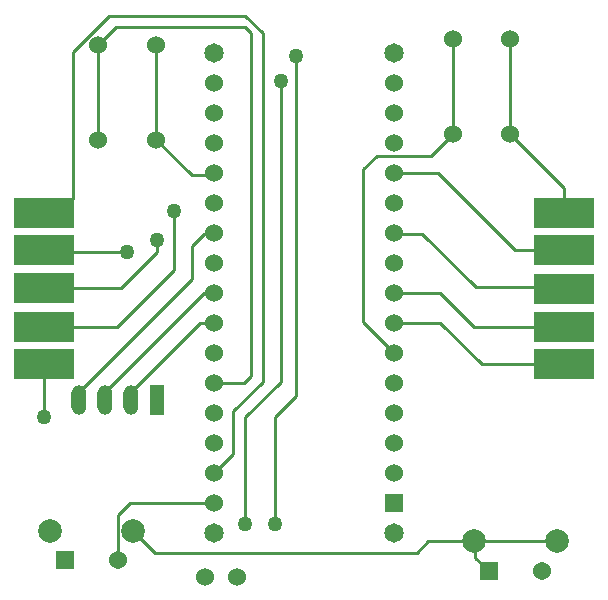
<source format=gtl>
G04*
G04 #@! TF.GenerationSoftware,Altium Limited,Altium Designer,24.4.1 (13)*
G04*
G04 Layer_Physical_Order=1*
G04 Layer_Color=255*
%FSLAX44Y44*%
%MOMM*%
G71*
G04*
G04 #@! TF.SameCoordinates,D7BC8E67-6F73-4DDD-AC20-A832C9EBA58C*
G04*
G04*
G04 #@! TF.FilePolarity,Positive*
G04*
G01*
G75*
%ADD10C,0.2540*%
%ADD14R,5.0800X2.5400*%
%ADD19C,2.0000*%
%ADD20C,1.5400*%
%ADD21R,1.5400X1.5400*%
%ADD26C,1.5240*%
%ADD27C,1.6510*%
%ADD28R,1.5240X1.5240*%
%ADD29O,1.2700X2.5400*%
%ADD30R,1.2700X2.5400*%
%ADD31C,1.2700*%
D10*
X975000Y805000D02*
Y895000D01*
X992939Y912939D01*
Y1200750D01*
X950000Y805000D02*
Y895000D01*
X842280Y774170D02*
Y812280D01*
X980000Y925000D02*
Y1180000D01*
X950000Y895000D02*
X980000Y925000D01*
X781520Y1035000D02*
X845000D01*
X780000Y1036520D02*
X781520Y1035000D01*
X875000D02*
Y1045000D01*
X844770Y1004770D02*
X875000Y1035000D01*
X780000Y1004770D02*
X844770D01*
X965000Y925000D02*
Y1220000D01*
X955000Y930000D02*
Y1220000D01*
X948800Y923800D02*
X955000Y930000D01*
X950000Y1225000D02*
X955000Y1220000D01*
X950000Y1235000D02*
X965000Y1220000D01*
X940000Y900000D02*
X965000Y925000D01*
X1050000Y975400D02*
Y1105000D01*
X890000Y1020000D02*
Y1070000D01*
X841750Y971750D02*
X890000Y1020000D01*
X780000Y971750D02*
X841750D01*
X1076200Y1050800D02*
X1077000Y1050000D01*
X1100000D01*
X1145000Y1005000D01*
X1218500D01*
X1220000Y1003500D01*
X1076200Y1000000D02*
X1076200Y1000000D01*
X1115000D01*
X1143250Y971750D02*
X1220000D01*
X1115000Y1000000D02*
X1143250Y971750D01*
X1076200Y974600D02*
X1076600Y975000D01*
X1115000D01*
X1150000Y940000D02*
X1220000D01*
X1115000Y975000D02*
X1150000Y940000D01*
X1076200Y1101600D02*
X1113400D01*
X1178480Y1036520D01*
X1220000D01*
X1174500Y1135000D02*
X1220000Y1089500D01*
Y1068270D02*
Y1089500D01*
X1174500Y1135000D02*
Y1215000D01*
X1174500Y1215000D01*
X1174500Y1135000D02*
X1174500Y1135000D01*
X1050000Y975400D02*
X1076200Y949200D01*
X1107110Y1116610D02*
X1125500Y1135000D01*
X1061610Y1116610D02*
X1107110D01*
X1050000Y1105000D02*
X1061610Y1116610D01*
X1125500Y1135000D02*
Y1215000D01*
X915000Y1050000D02*
X923000D01*
X923800Y1050800D01*
X905000Y1040000D02*
X915000Y1050000D01*
X905000Y1012350D02*
Y1040000D01*
X809000Y910000D02*
Y916350D01*
X905000Y1012350D01*
X923800Y1000000D02*
X923800Y1000000D01*
X915000Y1000000D02*
X923800D01*
X831000Y910000D02*
Y916000D01*
X915000Y1000000D01*
X853000Y916350D02*
X911250Y974600D01*
X923800D01*
X853000Y910000D02*
Y916350D01*
X923800Y847600D02*
X940000Y863800D01*
Y900000D01*
X835000Y1235000D02*
X950000D01*
X804130Y1204130D02*
X835000Y1235000D01*
X804130Y1079700D02*
Y1204130D01*
X792700Y1068270D02*
X804130Y1079700D01*
X780000Y1068270D02*
X792700D01*
X904500Y1100000D02*
X922200D01*
X923800Y1101600D01*
X874500Y1130000D02*
X904500Y1100000D01*
X874500Y1130000D02*
Y1210000D01*
X825500Y1130000D02*
Y1210000D01*
X923800Y923800D02*
X948800D01*
X825500Y1210000D02*
X840500Y1225000D01*
X950000D01*
X780000Y895000D02*
Y940000D01*
X780000Y940000D02*
X780000Y940000D01*
X852200Y822200D02*
X923800D01*
X842280Y812280D02*
X852200Y822200D01*
X842280Y774170D02*
X842500Y773950D01*
X855050Y798850D02*
X873900Y780000D01*
X1095000D01*
X1104900Y789900D02*
X1143450D01*
X1095000Y780000D02*
X1104900Y789900D01*
X1143450D02*
X1213550D01*
X1143450D02*
X1144910Y788440D01*
Y776090D02*
X1156000Y765000D01*
X1144910Y776090D02*
Y788440D01*
D14*
X780000Y971750D02*
D03*
Y940000D02*
D03*
Y1004770D02*
D03*
Y1036520D02*
D03*
Y1068270D02*
D03*
X1220000Y971750D02*
D03*
Y1003500D02*
D03*
Y1068270D02*
D03*
Y940000D02*
D03*
Y1036520D02*
D03*
D19*
X855050Y798850D02*
D03*
X784950D02*
D03*
X1143450Y789900D02*
D03*
X1213550D02*
D03*
D20*
X842500Y773950D02*
D03*
X1201000Y765000D02*
D03*
D21*
X797500Y773950D02*
D03*
X1156000Y765000D02*
D03*
D26*
X1125500Y1215000D02*
D03*
Y1135000D02*
D03*
X1174500D02*
D03*
X1174500Y1215000D02*
D03*
X923800Y873000D02*
D03*
Y898400D02*
D03*
Y949200D02*
D03*
Y974600D02*
D03*
Y1000000D02*
D03*
Y1025400D02*
D03*
Y1050800D02*
D03*
Y1076200D02*
D03*
Y1127000D02*
D03*
Y1152400D02*
D03*
Y1177800D02*
D03*
X1076200D02*
D03*
Y1152400D02*
D03*
Y1127000D02*
D03*
Y1101600D02*
D03*
Y873000D02*
D03*
Y847600D02*
D03*
X923800Y923800D02*
D03*
X1076200Y974600D02*
D03*
X923800Y1101600D02*
D03*
X1076200Y923800D02*
D03*
Y1076200D02*
D03*
Y1050800D02*
D03*
Y1025400D02*
D03*
Y1000000D02*
D03*
Y949200D02*
D03*
X923800Y822200D02*
D03*
Y847600D02*
D03*
X1076200Y898400D02*
D03*
X942700Y760000D02*
D03*
X916030D02*
D03*
X825500Y1210000D02*
D03*
Y1130000D02*
D03*
X874500D02*
D03*
Y1210000D02*
D03*
D27*
X1076200Y1203200D02*
D03*
X923800D02*
D03*
Y796800D02*
D03*
X1076200D02*
D03*
D28*
Y822200D02*
D03*
D29*
X853000Y910000D02*
D03*
X831000D02*
D03*
X809000D02*
D03*
D30*
X875001D02*
D03*
D31*
X975000Y805000D02*
D03*
X992939Y1200750D02*
D03*
X950000Y805000D02*
D03*
X980000Y1180000D02*
D03*
X850000Y1035000D02*
D03*
X875000Y1045000D02*
D03*
X890000Y1070000D02*
D03*
X780000Y895000D02*
D03*
M02*

</source>
